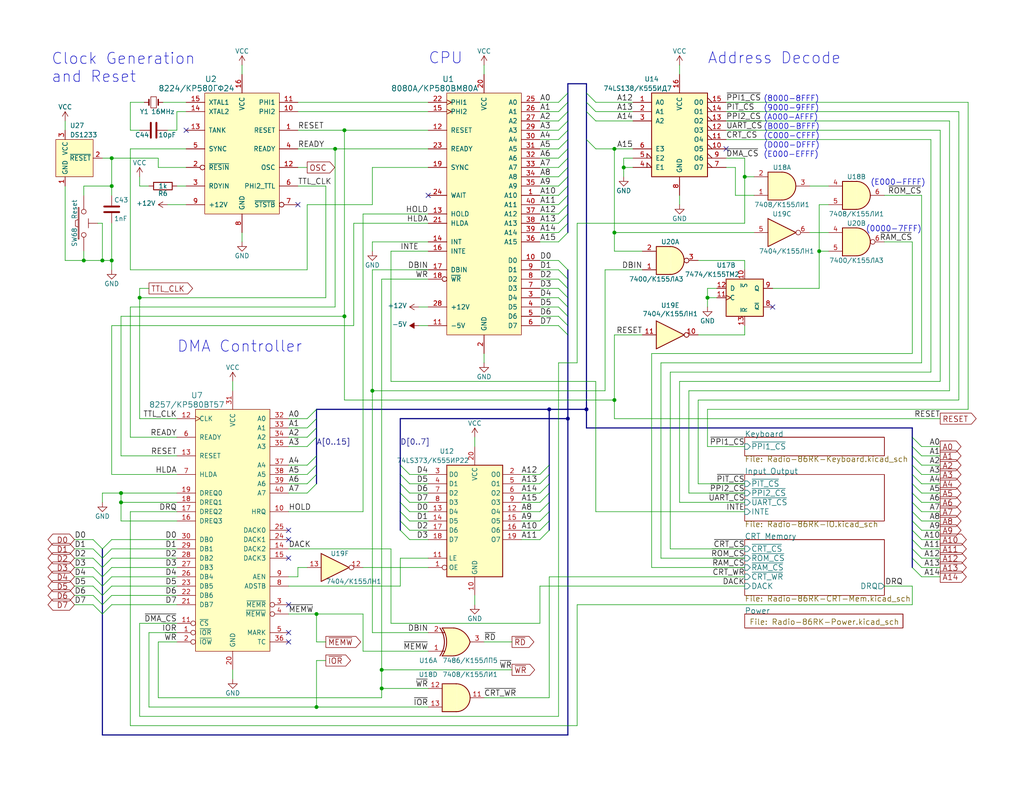
<source format=kicad_sch>
(kicad_sch (version 20211123) (generator eeschema)
  (paper "USLetter")
  (title_block (title "Radio-86RK") (date "2022-05-13") (rev "1.3") (company "Designed by Sergey Kiselev") (comment 1 "Based on the previous work by Alexey Khudyakov and Radio magazine publications") (comment 2 "Licensed under CERN-OHL-S: https://cern-ohl.web.cern.ch") (comment 3 "Documentation and design files: https://github.com/skiselev/radio-86rk") (comment 4 "Radio-86RK is an open source hardware project"))
  (junction (at 38.1 81.28))
  (junction (at 167.64 40.64))
  (junction (at 33.02 137.16))
  (junction (at 149.86 111.76))
  (junction (at 93.98 86.36))
  (junction (at 22.86 71.12))
  (junction (at 223.52 68.58))
  (junction (at 86.36 167.64))
  (junction (at 91.44 40.64))
  (junction (at 86.36 193.04))
  (junction (at 30.48 43.18))
  (junction (at 33.02 134.62))
  (junction (at 30.48 50.8))
  (junction (at 93.98 35.56))
  (junction (at 27.94 71.12))
  (junction (at 203.2 48.26))
  (junction (at 160.02 111.76))
  (junction (at 104.14 187.96))
  (junction (at 167.64 63.5))
  (junction (at 193.04 81.28))
  (junction (at 101.6 106.68))
  (junction (at 30.48 71.12))
  (junction (at 170.18 45.72))
  (junction (at 154.94 114.3))
  (junction (at 104.14 182.88))
  (junction (at 167.64 109.22))
  (no_connect (at 50.8 35.56))
  (no_connect (at 78.74 165.1))
  (no_connect (at 81.28 55.88))
  (no_connect (at 78.74 175.26))
  (no_connect (at 198.12 40.64))
  (no_connect (at 78.74 172.72))
  (no_connect (at 78.74 144.78))
  (no_connect (at 78.74 152.4))
  (no_connect (at 78.74 147.32))
  (no_connect (at 116.84 53.34))
  (no_connect (at 210.82 83.82))
  (bus_entry (at 152.4 58.42) (size 2.54 -2.54))
  (bus_entry (at 251.46 137.16) (size -2.54 -2.54))
  (bus_entry (at 109.22 144.78) (size 2.54 2.54))
  (bus_entry (at 83.82 129.54) (size 2.54 -2.54))
  (bus_entry (at 27.94 167.64) (size 2.54 -2.54))
  (bus_entry (at 27.94 160.02) (size 2.54 -2.54))
  (bus_entry (at 27.94 152.4) (size -2.54 -2.54))
  (bus_entry (at 109.22 134.62) (size 2.54 2.54))
  (bus_entry (at 251.46 124.46) (size -2.54 -2.54))
  (bus_entry (at 152.4 71.12) (size 2.54 2.54))
  (bus_entry (at 147.32 134.62) (size 2.54 -2.54))
  (bus_entry (at 152.4 35.56) (size 2.54 -2.54))
  (bus_entry (at 152.4 38.1) (size 2.54 -2.54))
  (bus_entry (at 83.82 114.3) (size 2.54 -2.54))
  (bus_entry (at 251.46 149.86) (size -2.54 -2.54))
  (bus_entry (at 27.94 149.86) (size 2.54 -2.54))
  (bus_entry (at 152.4 88.9) (size 2.54 2.54))
  (bus_entry (at 27.94 167.64) (size -2.54 -2.54))
  (bus_entry (at 147.32 147.32) (size 2.54 -2.54))
  (bus_entry (at 152.4 66.04) (size 2.54 -2.54))
  (bus_entry (at 27.94 165.1) (size -2.54 -2.54))
  (bus_entry (at 152.4 33.02) (size 2.54 -2.54))
  (bus_entry (at 251.46 154.94) (size -2.54 -2.54))
  (bus_entry (at 152.4 40.64) (size 2.54 -2.54))
  (bus_entry (at 251.46 132.08) (size -2.54 -2.54))
  (bus_entry (at 147.32 144.78) (size 2.54 -2.54))
  (bus_entry (at 162.56 33.02) (size -2.54 -2.54))
  (bus_entry (at 147.32 139.7) (size 2.54 -2.54))
  (bus_entry (at 152.4 43.18) (size 2.54 -2.54))
  (bus_entry (at 27.94 157.48) (size -2.54 -2.54))
  (bus_entry (at 152.4 83.82) (size 2.54 2.54))
  (bus_entry (at 83.82 132.08) (size 2.54 -2.54))
  (bus_entry (at 152.4 27.94) (size 2.54 -2.54))
  (bus_entry (at 251.46 147.32) (size -2.54 -2.54))
  (bus_entry (at 152.4 50.8) (size 2.54 -2.54))
  (bus_entry (at 152.4 73.66) (size 2.54 2.54))
  (bus_entry (at 251.46 152.4) (size -2.54 -2.54))
  (bus_entry (at 109.22 142.24) (size 2.54 2.54))
  (bus_entry (at 83.82 116.84) (size 2.54 -2.54))
  (bus_entry (at 147.32 132.08) (size 2.54 -2.54))
  (bus_entry (at 152.4 76.2) (size 2.54 2.54))
  (bus_entry (at 251.46 121.92) (size -2.54 -2.54))
  (bus_entry (at 152.4 53.34) (size 2.54 -2.54))
  (bus_entry (at 162.56 40.64) (size -2.54 -2.54))
  (bus_entry (at 251.46 144.78) (size -2.54 -2.54))
  (bus_entry (at 162.56 27.94) (size -2.54 -2.54))
  (bus_entry (at 109.22 137.16) (size 2.54 2.54))
  (bus_entry (at 251.46 157.48) (size -2.54 -2.54))
  (bus_entry (at 27.94 157.48) (size 2.54 -2.54))
  (bus_entry (at 109.22 129.54) (size 2.54 2.54))
  (bus_entry (at 152.4 30.48) (size 2.54 -2.54))
  (bus_entry (at 27.94 162.56) (size -2.54 -2.54))
  (bus_entry (at 109.22 127) (size 2.54 2.54))
  (bus_entry (at 83.82 121.92) (size 2.54 -2.54))
  (bus_entry (at 147.32 142.24) (size 2.54 -2.54))
  (bus_entry (at 109.22 132.08) (size 2.54 2.54))
  (bus_entry (at 251.46 127) (size -2.54 -2.54))
  (bus_entry (at 152.4 86.36) (size 2.54 2.54))
  (bus_entry (at 251.46 134.62) (size -2.54 -2.54))
  (bus_entry (at 152.4 60.96) (size 2.54 -2.54))
  (bus_entry (at 83.82 119.38) (size 2.54 -2.54))
  (bus_entry (at 152.4 48.26) (size 2.54 -2.54))
  (bus_entry (at 152.4 55.88) (size 2.54 -2.54))
  (bus_entry (at 83.82 127) (size 2.54 -2.54))
  (bus_entry (at 152.4 45.72) (size 2.54 -2.54))
  (bus_entry (at 27.94 149.86) (size -2.54 -2.54))
  (bus_entry (at 251.46 129.54) (size -2.54 -2.54))
  (bus_entry (at 27.94 154.94) (size 2.54 -2.54))
  (bus_entry (at 147.32 129.54) (size 2.54 -2.54))
  (bus_entry (at 27.94 154.94) (size -2.54 -2.54))
  (bus_entry (at 162.56 30.48) (size -2.54 -2.54))
  (bus_entry (at 109.22 139.7) (size 2.54 2.54))
  (bus_entry (at 147.32 137.16) (size 2.54 -2.54))
  (bus_entry (at 152.4 78.74) (size 2.54 2.54))
  (bus_entry (at 83.82 134.62) (size 2.54 -2.54))
  (bus_entry (at 27.94 165.1) (size 2.54 -2.54))
  (bus_entry (at 27.94 160.02) (size -2.54 -2.54))
  (bus_entry (at 27.94 152.4) (size 2.54 -2.54))
  (bus_entry (at 251.46 142.24) (size -2.54 -2.54))
  (bus_entry (at 152.4 63.5) (size 2.54 -2.54))
  (bus_entry (at 27.94 162.56) (size 2.54 -2.54))
  (bus_entry (at 152.4 81.28) (size 2.54 2.54))
  (bus_entry (at 251.46 139.7) (size -2.54 -2.54))
  (wire (pts (xy 129.54 162.56) (xy 129.54 165.1)))
  (wire (pts (xy 88.9 50.8) (xy 88.9 81.28)))
  (wire (pts (xy 20.32 149.86) (xy 25.4 149.86)))
  (wire (pts (xy 152.4 195.58) (xy 152.4 99.06)))
  (wire (pts (xy 256.54 157.48) (xy 251.46 157.48)))
  (wire (pts (xy 180.34 99.06) (xy 180.34 152.4)))
  (wire (pts (xy 30.48 43.18) (xy 30.48 50.8)))
  (bus (pts (xy 248.92 147.32) (xy 248.92 149.86)))
  (wire (pts (xy 147.32 66.04) (xy 152.4 66.04)))
  (wire (pts (xy 63.5 182.88) (xy 63.5 185.42)))
  (wire (pts (xy 116.84 137.16) (xy 111.76 137.16)))
  (wire (pts (xy 116.84 147.32) (xy 111.76 147.32)))
  (bus (pts (xy 109.22 139.7) (xy 109.22 142.24)))
  (wire (pts (xy 43.18 190.5) (xy 104.14 190.5)))
  (bus (pts (xy 154.94 30.48) (xy 154.94 33.02)))
  (wire (pts (xy 193.04 111.76) (xy 264.16 111.76)))
  (wire (pts (xy 223.52 68.58) (xy 223.52 78.74)))
  (wire (pts (xy 226.06 55.88) (xy 223.52 55.88)))
  (wire (pts (xy 203.2 48.26) (xy 205.74 48.26)))
  (wire (pts (xy 78.74 149.86) (xy 106.68 149.86)))
  (wire (pts (xy 223.52 78.74) (xy 210.82 78.74)))
  (wire (pts (xy 81.28 154.94) (xy 81.28 157.48)))
  (wire (pts (xy 83.82 154.94) (xy 81.28 154.94)))
  (bus (pts (xy 248.92 134.62) (xy 248.92 137.16)))
  (wire (pts (xy 147.32 27.94) (xy 152.4 27.94)))
  (wire (pts (xy 22.86 68.58) (xy 22.86 71.12)))
  (wire (pts (xy 203.2 73.66) (xy 203.2 71.12)))
  (wire (pts (xy 38.1 195.58) (xy 152.4 195.58)))
  (wire (pts (xy 48.26 160.02) (xy 30.48 160.02)))
  (wire (pts (xy 182.88 149.86) (xy 203.2 149.86)))
  (wire (pts (xy 99.06 177.8) (xy 116.84 177.8)))
  (wire (pts (xy 99.06 154.94) (xy 116.84 154.94)))
  (bus (pts (xy 154.94 43.18) (xy 154.94 45.72)))
  (wire (pts (xy 226.06 68.58) (xy 223.52 68.58)))
  (bus (pts (xy 27.94 167.64) (xy 27.94 200.66)))
  (bus (pts (xy 27.94 157.48) (xy 27.94 160.02)))
  (wire (pts (xy 48.26 149.86) (xy 30.48 149.86)))
  (wire (pts (xy 78.74 116.84) (xy 83.82 116.84)))
  (wire (pts (xy 20.32 162.56) (xy 25.4 162.56)))
  (wire (pts (xy 147.32 50.8) (xy 152.4 50.8)))
  (wire (pts (xy 86.36 175.26) (xy 88.9 175.26)))
  (wire (pts (xy 147.32 38.1) (xy 152.4 38.1)))
  (wire (pts (xy 48.26 162.56) (xy 30.48 162.56)))
  (wire (pts (xy 91.44 83.82) (xy 35.56 83.82)))
  (wire (pts (xy 165.1 73.66) (xy 175.26 73.66)))
  (wire (pts (xy 106.68 68.58) (xy 116.84 68.58)))
  (wire (pts (xy 96.52 88.9) (xy 30.48 88.9)))
  (bus (pts (xy 27.94 160.02) (xy 27.94 162.56)))
  (wire (pts (xy 149.86 157.48) (xy 149.86 190.5)))
  (wire (pts (xy 170.18 45.72) (xy 170.18 48.26)))
  (wire (pts (xy 142.24 144.78) (xy 147.32 144.78)))
  (wire (pts (xy 116.84 193.04) (xy 86.36 193.04)))
  (wire (pts (xy 78.74 121.92) (xy 83.82 121.92)))
  (wire (pts (xy 81.28 45.72) (xy 83.82 45.72)))
  (wire (pts (xy 147.32 88.9) (xy 152.4 88.9)))
  (wire (pts (xy 81.28 157.48) (xy 78.74 157.48)))
  (bus (pts (xy 149.86 137.16) (xy 149.86 139.7)))
  (wire (pts (xy 43.18 45.72) (xy 50.8 45.72)))
  (bus (pts (xy 160.02 38.1) (xy 160.02 111.76)))
  (bus (pts (xy 248.92 152.4) (xy 248.92 154.94)))
  (wire (pts (xy 22.86 50.8) (xy 30.48 50.8)))
  (wire (pts (xy 254 101.6) (xy 182.88 101.6)))
  (wire (pts (xy 162.56 40.64) (xy 167.64 40.64)))
  (wire (pts (xy 198.12 27.94) (xy 264.16 27.94)))
  (bus (pts (xy 160.02 22.86) (xy 160.02 25.4)))
  (wire (pts (xy 78.74 127) (xy 83.82 127)))
  (wire (pts (xy 152.4 99.06) (xy 157.48 99.06)))
  (wire (pts (xy 38.1 81.28) (xy 38.1 114.3)))
  (wire (pts (xy 35.56 35.56) (xy 38.1 35.56)))
  (wire (pts (xy 48.26 30.48) (xy 48.26 35.56)))
  (wire (pts (xy 99.06 58.42) (xy 116.84 58.42)))
  (bus (pts (xy 154.94 91.44) (xy 154.94 114.3)))
  (wire (pts (xy 86.36 167.64) (xy 86.36 175.26)))
  (bus (pts (xy 154.94 35.56) (xy 154.94 38.1)))
  (wire (pts (xy 33.02 137.16) (xy 33.02 134.62)))
  (wire (pts (xy 198.12 38.1) (xy 254 38.1)))
  (wire (pts (xy 256.54 144.78) (xy 251.46 144.78)))
  (wire (pts (xy 142.24 129.54) (xy 147.32 129.54)))
  (wire (pts (xy 223.52 55.88) (xy 223.52 68.58)))
  (bus (pts (xy 248.92 144.78) (xy 248.92 147.32)))
  (bus (pts (xy 154.94 58.42) (xy 154.94 60.96)))
  (wire (pts (xy 116.84 187.96) (xy 104.14 187.96)))
  (wire (pts (xy 101.6 45.72) (xy 116.84 45.72)))
  (wire (pts (xy 104.14 76.2) (xy 116.84 76.2)))
  (bus (pts (xy 154.94 33.02) (xy 154.94 35.56)))
  (wire (pts (xy 109.22 152.4) (xy 116.84 152.4)))
  (wire (pts (xy 81.28 35.56) (xy 93.98 35.56)))
  (wire (pts (xy 50.8 55.88) (xy 45.72 55.88)))
  (bus (pts (xy 154.94 40.64) (xy 154.94 43.18)))
  (wire (pts (xy 256.54 142.24) (xy 251.46 142.24)))
  (wire (pts (xy 116.84 88.9) (xy 114.3 88.9)))
  (wire (pts (xy 116.84 66.04) (xy 101.6 66.04)))
  (bus (pts (xy 86.36 124.46) (xy 86.36 127)))
  (wire (pts (xy 33.02 86.36) (xy 33.02 124.46)))
  (wire (pts (xy 86.36 167.64) (xy 99.06 167.64)))
  (wire (pts (xy 198.12 33.02) (xy 259.08 33.02)))
  (wire (pts (xy 106.68 104.14) (xy 162.56 104.14)))
  (wire (pts (xy 177.8 96.52) (xy 177.8 154.94)))
  (bus (pts (xy 248.92 127) (xy 248.92 129.54)))
  (wire (pts (xy 20.32 154.94) (xy 25.4 154.94)))
  (wire (pts (xy 147.32 33.02) (xy 152.4 33.02)))
  (wire (pts (xy 147.32 55.88) (xy 152.4 55.88)))
  (wire (pts (xy 116.84 144.78) (xy 111.76 144.78)))
  (wire (pts (xy 147.32 63.5) (xy 152.4 63.5)))
  (wire (pts (xy 177.8 154.94) (xy 203.2 154.94)))
  (wire (pts (xy 116.84 40.64) (xy 91.44 40.64)))
  (wire (pts (xy 147.32 83.82) (xy 152.4 83.82)))
  (wire (pts (xy 200.66 45.72) (xy 198.12 45.72)))
  (bus (pts (xy 27.94 154.94) (xy 27.94 157.48)))
  (wire (pts (xy 256.54 154.94) (xy 251.46 154.94)))
  (bus (pts (xy 149.86 142.24) (xy 149.86 144.78)))
  (wire (pts (xy 116.84 30.48) (xy 81.28 30.48)))
  (wire (pts (xy 22.86 71.12) (xy 17.78 71.12)))
  (bus (pts (xy 86.36 111.76) (xy 149.86 111.76)))
  (wire (pts (xy 30.48 50.8) (xy 30.48 53.34)))
  (wire (pts (xy 63.5 104.14) (xy 63.5 106.68)))
  (wire (pts (xy 88.9 81.28) (xy 38.1 81.28)))
  (wire (pts (xy 180.34 152.4) (xy 203.2 152.4)))
  (wire (pts (xy 142.24 139.7) (xy 147.32 139.7)))
  (bus (pts (xy 154.94 50.8) (xy 154.94 53.34)))
  (wire (pts (xy 104.14 182.88) (xy 104.14 187.96)))
  (wire (pts (xy 101.6 66.04) (xy 101.6 68.58)))
  (wire (pts (xy 203.2 60.96) (xy 203.2 48.26)))
  (wire (pts (xy 83.82 73.66) (xy 83.82 55.88)))
  (bus (pts (xy 154.94 27.94) (xy 154.94 30.48)))
  (wire (pts (xy 185.42 137.16) (xy 185.42 104.14)))
  (bus (pts (xy 154.94 22.86) (xy 154.94 25.4)))
  (wire (pts (xy 157.48 165.1) (xy 248.92 165.1)))
  (bus (pts (xy 154.94 78.74) (xy 154.94 81.28)))
  (wire (pts (xy 96.52 60.96) (xy 116.84 60.96)))
  (bus (pts (xy 86.36 129.54) (xy 86.36 132.08)))
  (wire (pts (xy 157.48 99.06) (xy 157.48 60.96)))
  (wire (pts (xy 264.16 111.76) (xy 264.16 27.94)))
  (wire (pts (xy 149.86 157.48) (xy 203.2 157.48)))
  (wire (pts (xy 48.26 147.32) (xy 30.48 147.32)))
  (bus (pts (xy 154.94 81.28) (xy 154.94 83.82)))
  (bus (pts (xy 248.92 132.08) (xy 248.92 134.62)))
  (wire (pts (xy 193.04 121.92) (xy 193.04 111.76)))
  (bus (pts (xy 109.22 127) (xy 109.22 129.54)))
  (wire (pts (xy 35.56 27.94) (xy 39.37 27.94)))
  (wire (pts (xy 172.72 45.72) (xy 170.18 45.72)))
  (wire (pts (xy 203.2 71.12) (xy 190.5 71.12)))
  (bus (pts (xy 109.22 129.54) (xy 109.22 132.08)))
  (wire (pts (xy 157.48 198.12) (xy 157.48 165.1)))
  (wire (pts (xy 226.06 50.8) (xy 220.98 50.8)))
  (wire (pts (xy 17.78 33.02) (xy 17.78 35.56)))
  (wire (pts (xy 256.54 129.54) (xy 251.46 129.54)))
  (wire (pts (xy 38.1 48.26) (xy 38.1 50.8)))
  (bus (pts (xy 27.94 149.86) (xy 27.94 152.4)))
  (wire (pts (xy 116.84 129.54) (xy 111.76 129.54)))
  (wire (pts (xy 101.6 55.88) (xy 101.6 45.72)))
  (wire (pts (xy 104.14 187.96) (xy 104.14 190.5)))
  (wire (pts (xy 251.46 99.06) (xy 180.34 99.06)))
  (bus (pts (xy 149.86 134.62) (xy 149.86 137.16)))
  (wire (pts (xy 147.32 73.66) (xy 152.4 73.66)))
  (wire (pts (xy 147.32 35.56) (xy 152.4 35.56)))
  (bus (pts (xy 86.36 127) (xy 86.36 129.54)))
  (bus (pts (xy 149.86 139.7) (xy 149.86 142.24)))
  (bus (pts (xy 248.92 142.24) (xy 248.92 144.78)))
  (wire (pts (xy 142.24 137.16) (xy 147.32 137.16)))
  (bus (pts (xy 154.94 86.36) (xy 154.94 88.9)))
  (wire (pts (xy 256.54 152.4) (xy 251.46 152.4)))
  (wire (pts (xy 116.84 172.72) (xy 101.6 172.72)))
  (wire (pts (xy 142.24 147.32) (xy 147.32 147.32)))
  (wire (pts (xy 35.56 83.82) (xy 35.56 119.38)))
  (wire (pts (xy 172.72 30.48) (xy 162.56 30.48)))
  (wire (pts (xy 172.72 33.02) (xy 162.56 33.02)))
  (bus (pts (xy 109.22 132.08) (xy 109.22 134.62)))
  (wire (pts (xy 78.74 129.54) (xy 83.82 129.54)))
  (bus (pts (xy 27.94 162.56) (xy 27.94 165.1)))
  (wire (pts (xy 261.62 109.22) (xy 261.62 30.48)))
  (wire (pts (xy 147.32 86.36) (xy 152.4 86.36)))
  (wire (pts (xy 116.84 139.7) (xy 111.76 139.7)))
  (wire (pts (xy 30.48 71.12) (xy 30.48 73.66)))
  (wire (pts (xy 45.72 35.56) (xy 48.26 35.56)))
  (wire (pts (xy 99.06 177.8) (xy 99.06 167.64)))
  (wire (pts (xy 30.48 43.18) (xy 27.94 43.18)))
  (wire (pts (xy 157.48 60.96) (xy 203.2 60.96)))
  (wire (pts (xy 147.32 43.18) (xy 152.4 43.18)))
  (wire (pts (xy 147.32 58.42) (xy 152.4 58.42)))
  (wire (pts (xy 162.56 104.14) (xy 162.56 139.7)))
  (wire (pts (xy 116.84 132.08) (xy 111.76 132.08)))
  (wire (pts (xy 116.84 83.82) (xy 114.3 83.82)))
  (wire (pts (xy 195.58 81.28) (xy 193.04 81.28)))
  (wire (pts (xy 86.36 193.04) (xy 40.64 193.04)))
  (wire (pts (xy 147.32 60.96) (xy 152.4 60.96)))
  (wire (pts (xy 38.1 78.74) (xy 40.64 78.74)))
  (wire (pts (xy 170.18 43.18) (xy 170.18 45.72)))
  (wire (pts (xy 26.67 60.96) (xy 27.94 60.96)))
  (wire (pts (xy 190.5 132.08) (xy 203.2 132.08)))
  (wire (pts (xy 104.14 182.88) (xy 139.7 182.88)))
  (wire (pts (xy 147.32 30.48) (xy 152.4 30.48)))
  (wire (pts (xy 167.64 40.64) (xy 172.72 40.64)))
  (wire (pts (xy 40.64 172.72) (xy 48.26 172.72)))
  (wire (pts (xy 38.1 170.18) (xy 48.26 170.18)))
  (wire (pts (xy 35.56 139.7) (xy 48.26 139.7)))
  (wire (pts (xy 48.26 134.62) (xy 33.02 134.62)))
  (bus (pts (xy 154.94 73.66) (xy 154.94 76.2)))
  (wire (pts (xy 91.44 40.64) (xy 91.44 83.82)))
  (bus (pts (xy 109.22 114.3) (xy 154.94 114.3)))
  (wire (pts (xy 256.54 127) (xy 251.46 127)))
  (wire (pts (xy 93.98 86.36) (xy 33.02 86.36)))
  (wire (pts (xy 50.8 50.8) (xy 48.26 50.8)))
  (wire (pts (xy 203.2 121.92) (xy 193.04 121.92)))
  (wire (pts (xy 35.56 73.66) (xy 83.82 73.66)))
  (wire (pts (xy 167.64 91.44) (xy 167.64 109.22)))
  (bus (pts (xy 149.86 127) (xy 149.86 129.54)))
  (wire (pts (xy 187.96 134.62) (xy 203.2 134.62)))
  (wire (pts (xy 142.24 132.08) (xy 147.32 132.08)))
  (wire (pts (xy 35.56 40.64) (xy 35.56 73.66)))
  (wire (pts (xy 185.42 104.14) (xy 256.54 104.14)))
  (wire (pts (xy 66.04 17.78) (xy 66.04 20.32)))
  (bus (pts (xy 248.92 119.38) (xy 248.92 121.92)))
  (wire (pts (xy 147.32 170.18) (xy 147.32 160.02)))
  (bus (pts (xy 109.22 137.16) (xy 109.22 139.7)))
  (wire (pts (xy 185.42 53.34) (xy 185.42 55.88)))
  (wire (pts (xy 259.08 106.68) (xy 259.08 33.02)))
  (bus (pts (xy 86.36 119.38) (xy 86.36 124.46)))
  (wire (pts (xy 256.54 124.46) (xy 251.46 124.46)))
  (wire (pts (xy 167.64 63.5) (xy 167.64 68.58)))
  (wire (pts (xy 96.52 60.96) (xy 96.52 88.9)))
  (wire (pts (xy 147.32 71.12) (xy 152.4 71.12)))
  (wire (pts (xy 20.32 165.1) (xy 25.4 165.1)))
  (bus (pts (xy 248.92 149.86) (xy 248.92 152.4)))
  (wire (pts (xy 190.5 132.08) (xy 190.5 109.22)))
  (wire (pts (xy 248.92 165.1) (xy 248.92 160.02)))
  (wire (pts (xy 101.6 73.66) (xy 101.6 106.68)))
  (bus (pts (xy 160.02 116.84) (xy 160.02 111.76)))
  (wire (pts (xy 185.42 17.78) (xy 185.42 20.32)))
  (wire (pts (xy 256.54 104.14) (xy 256.54 35.56)))
  (bus (pts (xy 149.86 111.76) (xy 149.86 127)))
  (bus (pts (xy 109.22 142.24) (xy 109.22 144.78)))
  (wire (pts (xy 101.6 106.68) (xy 101.6 172.72)))
  (wire (pts (xy 147.32 78.74) (xy 152.4 78.74)))
  (bus (pts (xy 154.94 200.66) (xy 154.94 114.3)))
  (bus (pts (xy 154.94 76.2) (xy 154.94 78.74)))
  (wire (pts (xy 38.1 170.18) (xy 38.1 195.58)))
  (wire (pts (xy 147.32 76.2) (xy 152.4 76.2)))
  (wire (pts (xy 35.56 119.38) (xy 48.26 119.38)))
  (wire (pts (xy 78.74 114.3) (xy 83.82 114.3)))
  (wire (pts (xy 35.56 139.7) (xy 35.56 198.12)))
  (bus (pts (xy 248.92 137.16) (xy 248.92 139.7)))
  (wire (pts (xy 167.64 63.5) (xy 205.74 63.5)))
  (wire (pts (xy 78.74 132.08) (xy 83.82 132.08)))
  (wire (pts (xy 40.64 172.72) (xy 40.64 193.04)))
  (bus (pts (xy 27.94 200.66) (xy 154.94 200.66)))
  (wire (pts (xy 109.22 160.02) (xy 109.22 152.4)))
  (wire (pts (xy 200.66 53.34) (xy 200.66 45.72)))
  (wire (pts (xy 256.54 149.86) (xy 251.46 149.86)))
  (wire (pts (xy 106.68 149.86) (xy 106.68 170.18)))
  (wire (pts (xy 86.36 180.34) (xy 88.9 180.34)))
  (bus (pts (xy 154.94 60.96) (xy 154.94 63.5)))
  (wire (pts (xy 251.46 53.34) (xy 251.46 99.06)))
  (wire (pts (xy 27.94 134.62) (xy 27.94 137.16)))
  (wire (pts (xy 167.64 114.3) (xy 167.64 109.22)))
  (wire (pts (xy 20.32 147.32) (xy 25.4 147.32)))
  (wire (pts (xy 30.48 129.54) (xy 48.26 129.54)))
  (bus (pts (xy 160.02 27.94) (xy 160.02 30.48)))
  (wire (pts (xy 142.24 142.24) (xy 147.32 142.24)))
  (wire (pts (xy 43.18 175.26) (xy 48.26 175.26)))
  (wire (pts (xy 35.56 198.12) (xy 157.48 198.12)))
  (wire (pts (xy 256.54 121.92) (xy 251.46 121.92)))
  (wire (pts (xy 48.26 152.4) (xy 30.48 152.4)))
  (wire (pts (xy 78.74 134.62) (xy 83.82 134.62)))
  (wire (pts (xy 167.64 109.22) (xy 93.98 109.22)))
  (wire (pts (xy 35.56 35.56) (xy 35.56 27.94)))
  (wire (pts (xy 27.94 60.96) (xy 27.94 71.12)))
  (wire (pts (xy 193.04 81.28) (xy 193.04 83.82)))
  (bus (pts (xy 154.94 88.9) (xy 154.94 91.44)))
  (wire (pts (xy 220.98 63.5) (xy 226.06 63.5)))
  (bus (pts (xy 154.94 48.26) (xy 154.94 50.8)))
  (bus (pts (xy 154.94 45.72) (xy 154.94 48.26)))
  (wire (pts (xy 78.74 119.38) (xy 83.82 119.38)))
  (wire (pts (xy 248.92 96.52) (xy 177.8 96.52)))
  (bus (pts (xy 248.92 116.84) (xy 248.92 119.38)))
  (wire (pts (xy 43.18 175.26) (xy 43.18 190.5)))
  (wire (pts (xy 198.12 43.18) (xy 203.2 43.18)))
  (wire (pts (xy 116.84 142.24) (xy 111.76 142.24)))
  (bus (pts (xy 248.92 116.84) (xy 160.02 116.84)))
  (wire (pts (xy 248.92 160.02) (xy 241.3 160.02)))
  (wire (pts (xy 248.92 66.04) (xy 248.92 96.52)))
  (wire (pts (xy 162.56 139.7) (xy 203.2 139.7)))
  (wire (pts (xy 48.26 137.16) (xy 33.02 137.16)))
  (wire (pts (xy 22.86 50.8) (xy 22.86 53.34)))
  (wire (pts (xy 50.8 30.48) (xy 48.26 30.48)))
  (wire (pts (xy 33.02 134.62) (xy 27.94 134.62)))
  (wire (pts (xy 106.68 170.18) (xy 147.32 170.18)))
  (bus (pts (xy 27.94 165.1) (xy 27.94 167.64)))
  (wire (pts (xy 203.2 91.44) (xy 190.5 91.44)))
  (wire (pts (xy 27.94 71.12) (xy 30.48 71.12)))
  (wire (pts (xy 256.54 114.3) (xy 167.64 114.3)))
  (wire (pts (xy 101.6 73.66) (xy 116.84 73.66)))
  (wire (pts (xy 205.74 53.34) (xy 200.66 53.34)))
  (bus (pts (xy 160.02 25.4) (xy 160.02 27.94)))
  (wire (pts (xy 50.8 27.94) (xy 44.45 27.94)))
  (bus (pts (xy 154.94 55.88) (xy 154.94 58.42)))
  (wire (pts (xy 132.08 190.5) (xy 149.86 190.5)))
  (wire (pts (xy 86.36 193.04) (xy 86.36 180.34)))
  (bus (pts (xy 154.94 53.34) (xy 154.94 55.88)))
  (wire (pts (xy 33.02 142.24) (xy 48.26 142.24)))
  (wire (pts (xy 20.32 160.02) (xy 25.4 160.02)))
  (bus (pts (xy 160.02 30.48) (xy 160.02 38.1)))
  (wire (pts (xy 147.32 53.34) (xy 152.4 53.34)))
  (wire (pts (xy 78.74 139.7) (xy 99.06 139.7)))
  (wire (pts (xy 132.08 96.52) (xy 132.08 99.06)))
  (wire (pts (xy 172.72 43.18) (xy 170.18 43.18)))
  (bus (pts (xy 86.36 116.84) (xy 86.36 119.38)))
  (bus (pts (xy 154.94 83.82) (xy 154.94 86.36)))
  (bus (pts (xy 86.36 111.76) (xy 86.36 114.3)))
  (bus (pts (xy 154.94 25.4) (xy 154.94 27.94)))
  (wire (pts (xy 195.58 78.74) (xy 193.04 78.74)))
  (wire (pts (xy 203.2 91.44) (xy 203.2 88.9)))
  (wire (pts (xy 172.72 27.94) (xy 162.56 27.94)))
  (wire (pts (xy 147.32 45.72) (xy 152.4 45.72)))
  (wire (pts (xy 193.04 78.74) (xy 193.04 81.28)))
  (wire (pts (xy 132.08 17.78) (xy 132.08 20.32)))
  (bus (pts (xy 149.86 129.54) (xy 149.86 132.08)))
  (wire (pts (xy 182.88 101.6) (xy 182.88 149.86)))
  (wire (pts (xy 48.26 157.48) (xy 30.48 157.48)))
  (wire (pts (xy 40.64 50.8) (xy 38.1 50.8)))
  (wire (pts (xy 66.04 63.5) (xy 66.04 66.04)))
  (wire (pts (xy 147.32 48.26) (xy 152.4 48.26)))
  (bus (pts (xy 248.92 139.7) (xy 248.92 142.24)))
  (bus (pts (xy 154.94 38.1) (xy 154.94 40.64)))
  (wire (pts (xy 33.02 137.16) (xy 33.02 142.24)))
  (wire (pts (xy 167.64 40.64) (xy 167.64 63.5)))
  (bus (pts (xy 248.92 121.92) (xy 248.92 124.46)))
  (wire (pts (xy 83.82 55.88) (xy 101.6 55.88)))
  (bus (pts (xy 149.86 111.76) (xy 160.02 111.76)))
  (wire (pts (xy 241.3 66.04) (xy 248.92 66.04)))
  (bus (pts (xy 248.92 124.46) (xy 248.92 127)))
  (wire (pts (xy 33.02 124.46) (xy 48.26 124.46)))
  (bus (pts (xy 149.86 132.08) (xy 149.86 134.62)))
  (wire (pts (xy 132.08 175.26) (xy 139.7 175.26)))
  (wire (pts (xy 22.86 71.12) (xy 27.94 71.12)))
  (wire (pts (xy 17.78 50.8) (xy 17.78 71.12)))
  (wire (pts (xy 48.26 165.1) (xy 30.48 165.1)))
  (bus (pts (xy 86.36 114.3) (xy 86.36 116.84)))
  (wire (pts (xy 165.1 106.68) (xy 165.1 73.66)))
  (wire (pts (xy 147.32 160.02) (xy 203.2 160.02)))
  (wire (pts (xy 78.74 167.64) (xy 86.36 167.64)))
  (wire (pts (xy 147.32 40.64) (xy 152.4 40.64)))
  (wire (pts (xy 256.54 137.16) (xy 251.46 137.16)))
  (wire (pts (xy 20.32 157.48) (xy 25.4 157.48)))
  (wire (pts (xy 256.54 134.62) (xy 251.46 134.62)))
  (bus (pts (xy 248.92 129.54) (xy 248.92 132.08)))
  (wire (pts (xy 142.24 134.62) (xy 147.32 134.62)))
  (wire (pts (xy 203.2 43.18) (xy 203.2 48.26)))
  (wire (pts (xy 99.06 58.42) (xy 99.06 139.7)))
  (wire (pts (xy 30.48 60.96) (xy 30.48 71.12)))
  (bus (pts (xy 154.94 22.86) (xy 160.02 22.86)))
  (bus (pts (xy 27.94 152.4) (xy 27.94 154.94)))
  (wire (pts (xy 48.26 154.94) (xy 30.48 154.94)))
  (wire (pts (xy 167.64 68.58) (xy 175.26 68.58)))
  (wire (pts (xy 30.48 88.9) (xy 30.48 129.54)))
  (wire (pts (xy 241.3 53.34) (xy 251.46 53.34)))
  (wire (pts (xy 256.54 139.7) (xy 251.46 139.7)))
  (wire (pts (xy 106.68 68.58) (xy 106.68 104.14)))
  (wire (pts (xy 93.98 35.56) (xy 93.98 86.36)))
  (wire (pts (xy 187.96 134.62) (xy 187.96 106.68)))
  (wire (pts (xy 20.32 152.4) (xy 25.4 152.4)))
  (wire (pts (xy 129.54 119.38) (xy 129.54 121.92)))
  (wire (pts (xy 35.56 40.64) (xy 50.8 40.64)))
  (wire (pts (xy 81.28 50.8) (xy 88.9 50.8)))
  (wire (pts (xy 93.98 109.22) (xy 93.98 86.36)))
  (wire (pts (xy 198.12 30.48) (xy 261.62 30.48)))
  (wire (pts (xy 43.18 43.18) (xy 30.48 43.18)))
  (wire (pts (xy 38.1 114.3) (xy 48.26 114.3)))
  (wire (pts (xy 147.32 81.28) (xy 152.4 81.28)))
  (wire (pts (xy 185.42 137.16) (xy 203.2 137.16)))
  (bus (pts (xy 109.22 114.3) (xy 109.22 127)))
  (wire (pts (xy 104.14 182.88) (xy 104.14 76.2)))
  (wire (pts (xy 198.12 35.56) (xy 256.54 35.56)))
  (wire (pts (xy 43.18 45.72) (xy 43.18 43.18)))
  (wire (pts (xy 256.54 147.32) (xy 251.46 147.32)))
  (wire (pts (xy 116.84 134.62) (xy 111.76 134.62)))
  (wire (pts (xy 187.96 106.68) (xy 259.08 106.68)))
  (wire (pts (xy 78.74 160.02) (xy 109.22 160.02)))
  (wire (pts (xy 254 38.1) (xy 254 101.6)))
  (wire (pts (xy 256.54 132.08) (xy 251.46 132.08)))
  (wire (pts (xy 101.6 106.68) (xy 165.1 106.68)))
  (wire (pts (xy 175.26 91.44) (xy 167.64 91.44)))
  (bus (pts (xy 109.22 134.62) (xy 109.22 137.16)))
  (wire (pts (xy 81.28 27.94) (xy 116.84 27.94)))
  (wire (pts (xy 91.44 40.64) (xy 81.28 40.64)))
  (wire (pts (xy 38.1 81.28) (xy 38.1 78.74)))
  (wire (pts (xy 93.98 35.56) (xy 116.84 35.56)))
  (wire (pts (xy 190.5 109.22) (xy 261.62 109.22)))
  (text "CPU" (at 116.84 17.78 0) (effects (font (size 3.048 3.048)) (justify left bottom)))
  (text "(E000-FFFF)" (at 237.49 50.8 0) (effects (font (size 1.524 1.524)) (justify left bottom)))
  (text "(8000-8FFF)" (at 208.28 27.94 0) (effects (font (size 1.524 1.524)) (justify left bottom)))
  (text "Clock Generation\nand Reset" (at 13.97 22.86 0) (effects (font (size 3.048 3.048)) (justify left bottom)))
  (text "(B000-BFFF)" (at 208.28 35.56 0) (effects (font (size 1.524 1.524)) (justify left bottom)))
  (text "(C000-CFFF)" (at 208.28 38.1 0) (effects (font (size 1.524 1.524)) (justify left bottom)))
  (text "(0000-7FFF)" (at 236.22 63.5 0) (effects (font (size 1.524 1.524)) (justify left bottom)))
  (text "(9000-9FFF)" (at 208.28 30.48 0) (effects (font (size 1.524 1.524)) (justify left bottom)))
  (text "Address Decode" (at 193.04 17.78 0) (effects (font (size 3.048 3.048)) (justify left bottom)))
  (text "(E000-EFFF)" (at 208.28 43.18 0) (effects (font (size 1.524 1.524)) (justify left bottom)))
  (text "(A000-AFFF)" (at 208.28 33.02 0) (effects (font (size 1.524 1.524)) (justify left bottom)))
  (text "DMA Controller" (at 48.26 96.52 0) (effects (font (size 3.048 3.048)) (justify left bottom)))
  (text "(D000-DFFF)" (at 208.28 40.64 0) (effects (font (size 1.524 1.524)) (justify left bottom)))
  (label "~{UART_CS}" (at 198.12 35.56 0) (effects (font (size 1.524 1.524))))
  (label "~{PPI1_CS}" (at 198.12 27.94 0) (effects (font (size 1.524 1.524))))
  (label "D6" (at 116.84 134.62 180) (effects (font (size 1.524 1.524))))
  (label "HOLD" (at 78.74 139.7 0) (effects (font (size 1.524 1.524))))
  (label "D4" (at 147.32 81.28 0) (effects (font (size 1.524 1.524))))
  (label "A9" (at 142.24 142.24 0) (effects (font (size 1.524 1.524))))
  (label "HLDA" (at 116.84 60.96 180) (effects (font (size 1.524 1.524))))
  (label "~{WR}" (at 48.26 175.26 180) (effects (font (size 1.524 1.524))))
  (label "A7" (at 256.54 139.7 180) (effects (font (size 1.524 1.524))))
  (label "~{DMA_CS}" (at 198.12 43.18 0) (effects (font (size 1.524 1.524))))
  (label "D5" (at 20.32 160.02 0) (effects (font (size 1.524 1.524))))
  (label "RESET" (at 256.54 114.3 180) (effects (font (size 1.524 1.524))))
  (label "A13" (at 256.54 154.94 180) (effects (font (size 1.524 1.524))))
  (label "A3" (at 78.74 121.92 0) (effects (font (size 1.524 1.524))))
  (label "A0" (at 256.54 121.92 180) (effects (font (size 1.524 1.524))))
  (label "A12" (at 142.24 129.54 0) (effects (font (size 1.524 1.524))))
  (label "A15" (at 142.24 137.16 0) (effects (font (size 1.524 1.524))))
  (label "A2" (at 78.74 119.38 0) (effects (font (size 1.524 1.524))))
  (label "D6" (at 48.26 162.56 180) (effects (font (size 1.524 1.524))))
  (label "D5" (at 48.26 160.02 180) (effects (font (size 1.524 1.524))))
  (label "~{PPI2_CS}" (at 203.2 134.62 180) (effects (font (size 1.524 1.524))))
  (label "A9" (at 147.32 50.8 0) (effects (font (size 1.524 1.524))))
  (label "D4" (at 48.26 157.48 180) (effects (font (size 1.524 1.524))))
  (label "A12" (at 147.32 58.42 0) (effects (font (size 1.524 1.524))))
  (label "A11" (at 147.32 55.88 0) (effects (font (size 1.524 1.524))))
  (label "A14" (at 147.32 63.5 0) (effects (font (size 1.524 1.524))))
  (label "~{RAM_CS}" (at 248.92 66.04 180) (effects (font (size 1.524 1.524))))
  (label "A4" (at 256.54 132.08 180) (effects (font (size 1.524 1.524))))
  (label "D[0..7]" (at 109.22 121.92 0) (effects (font (size 1.524 1.524))))
  (label "A7" (at 147.32 45.72 0) (effects (font (size 1.524 1.524))))
  (label "D2" (at 48.26 152.4 180) (effects (font (size 1.524 1.524))))
  (label "~{IOR}" (at 48.26 172.72 180) (effects (font (size 1.524 1.524))))
  (label "A0" (at 78.74 114.3 0) (effects (font (size 1.524 1.524))))
  (label "DBIN" (at 116.84 73.66 180) (effects (font (size 1.524 1.524))))
  (label "A3" (at 256.54 129.54 180) (effects (font (size 1.524 1.524))))
  (label "A11" (at 256.54 149.86 180) (effects (font (size 1.524 1.524))))
  (label "~{DMA_CS}" (at 48.26 170.18 180) (effects (font (size 1.524 1.524))))
  (label "D2" (at 20.32 152.4 0) (effects (font (size 1.524 1.524))))
  (label "DRQ" (at 48.26 139.7 180) (effects (font (size 1.524 1.524))))
  (label "D7" (at 48.26 165.1 180) (effects (font (size 1.524 1.524))))
  (label "~{WR}" (at 139.7 182.88 180) (effects (font (size 1.524 1.524))))
  (label "~{PIT_CS}" (at 198.12 30.48 0) (effects (font (size 1.524 1.524))))
  (label "D6" (at 20.32 162.56 0) (effects (font (size 1.524 1.524))))
  (label "DBIN" (at 175.26 73.66 180) (effects (font (size 1.524 1.524))))
  (label "~{CRT_CS}" (at 203.2 149.86 180) (effects (font (size 1.524 1.524))))
  (label "D5" (at 147.32 83.82 0) (effects (font (size 1.524 1.524))))
  (label "~{RAM_CS}" (at 203.2 154.94 180) (effects (font (size 1.524 1.524))))
  (label "~{MEMW}" (at 116.84 177.8 180) (effects (font (size 1.524 1.524))))
  (label "A5" (at 256.54 134.62 180) (effects (font (size 1.524 1.524))))
  (label "A13" (at 142.24 132.08 0) (effects (font (size 1.524 1.524))))
  (label "A1" (at 256.54 124.46 180) (effects (font (size 1.524 1.524))))
  (label "~{UART_CS}" (at 203.2 137.16 180) (effects (font (size 1.524 1.524))))
  (label "D4" (at 116.84 129.54 180) (effects (font (size 1.524 1.524))))
  (label "DACK" (at 78.74 149.86 0) (effects (font (size 1.524 1.524))))
  (label "~{IOR}" (at 116.84 193.04 180) (effects (font (size 1.524 1.524))))
  (label "D7" (at 147.32 88.9 0) (effects (font (size 1.524 1.524))))
  (label "A4" (at 78.74 127 0) (effects (font (size 1.524 1.524))))
  (label "D3" (at 48.26 154.94 180) (effects (font (size 1.524 1.524))))
  (label "D0" (at 147.32 71.12 0) (effects (font (size 1.524 1.524))))
  (label "D1" (at 147.32 73.66 0) (effects (font (size 1.524 1.524))))
  (label "A6" (at 78.74 132.08 0) (effects (font (size 1.524 1.524))))
  (label "A10" (at 147.32 53.34 0) (effects (font (size 1.524 1.524))))
  (label "A11" (at 142.24 147.32 0) (effects (font (size 1.524 1.524))))
  (label "D6" (at 147.32 86.36 0) (effects (font (size 1.524 1.524))))
  (label "D4" (at 20.32 157.48 0) (effects (font (size 1.524 1.524))))
  (label "D7" (at 116.84 137.16 180) (effects (font (size 1.524 1.524))))
  (label "A6" (at 147.32 43.18 0) (effects (font (size 1.524 1.524))))
  (label "RESET" (at 175.26 91.44 180) (effects (font (size 1.524 1.524))))
  (label "~{CRT_WR}" (at 203.2 157.48 180) (effects (font (size 1.524 1.524))))
  (label "~{PPI2_CS}" (at 198.12 33.02 0) (effects (font (size 1.524 1.524))))
  (label "D1" (at 20.32 149.86 0) (effects (font (size 1.524 1.524))))
  (label "~{ROM_CS}" (at 251.46 53.34 180) (effects (font (size 1.524 1.524))))
  (label "A2" (at 147.32 33.02 0) (effects (font (size 1.524 1.524))))
  (label "A9" (at 256.54 144.78 180) (effects (font (size 1.524 1.524))))
  (label "A10" (at 142.24 144.78 0) (effects (font (size 1.524 1.524))))
  (label "~{RD}" (at 132.08 175.26 0) (effects (font (size 1.524 1.524))))
  (label "INTE" (at 203.2 139.7 180) (effects (font (size 1.524 1.524))))
  (label "A[0..15]" (at 86.36 121.92 0) (effects (font (size 1.524 1.524))))
  (label "DACK" (at 203.2 160.02 180) (effects (font (size 1.524 1.524))))
  (label "A6" (at 256.54 137.16 180) (effects (font (size 1.524 1.524))))
  (label "HLDA" (at 48.26 129.54 180) (effects (font (size 1.524 1.524))))
  (label "A13" (at 172.72 30.48 180) (effects (font (size 1.524 1.524))))
  (label "~{WR}" (at 116.84 187.96 180) (effects (font (size 1.524 1.524))))
  (label "D1" (at 116.84 142.24 180) (effects (font (size 1.524 1.524))))
  (label "READY" (at 48.26 119.38 180) (effects (font (size 1.524 1.524))))
  (label "A8" (at 256.54 142.24 180) (effects (font (size 1.524 1.524))))
  (label "A5" (at 147.32 40.64 0) (effects (font (size 1.524 1.524))))
  (label "D0" (at 48.26 147.32 180) (effects (font (size 1.524 1.524))))
  (label "A12" (at 172.72 27.94 180) (effects (font (size 1.524 1.524))))
  (label "DRQ" (at 241.5059 160.02 0) (effects (font (size 1.524 1.524))))
  (label "A14" (at 142.24 134.62 0) (effects (font (size 1.524 1.524))))
  (label "A8" (at 142.24 139.7 0) (effects (font (size 1.524 1.524))))
  (label "~{PIT_CS}" (at 203.2 132.08 180) (effects (font (size 1.524 1.524))))
  (label "~{CRT_CS}" (at 198.12 38.1 0) (effects (font (size 1.524 1.524))))
  (label "D7" (at 20.32 165.1 0) (effects (font (size 1.524 1.524))))
  (label "A1" (at 147.32 30.48 0) (effects (font (size 1.524 1.524))))
  (label "D3" (at 116.84 147.32 180) (effects (font (size 1.524 1.524))))
  (label "D2" (at 147.32 76.2 0) (effects (font (size 1.524 1.524))))
  (label "A4" (at 147.32 38.1 0) (effects (font (size 1.524 1.524))))
  (label "A8" (at 147.32 48.26 0) (effects (font (size 1.524 1.524))))
  (label "DBIN" (at 116.84 172.72 180) (effects (font (size 1.524 1.524))))
  (label "D1" (at 48.26 149.86 180) (effects (font (size 1.524 1.524))))
  (label "~{PPI1_CS}" (at 203.2 121.92 180) (effects (font (size 1.524 1.524))))
  (label "INTE" (at 109.22 68.58 0) (effects (font (size 1.524 1.524))))
  (label "~{ROM_CS}" (at 203.2 152.4 180) (effects (font (size 1.524 1.524))))
  (label "READY" (at 81.28 40.64 0) (effects (font (size 1.524 1.524))))
  (label "TTL_CLK" (at 48.26 114.3 180) (effects (font (size 1.524 1.524))))
  (label "A10" (at 256.54 147.32 180) (effects (font (size 1.524 1.524))))
  (label "A2" (at 256.54 127 180) (effects (font (size 1.524 1.524))))
  (label "D0" (at 116.84 139.7 180) (effects (font (size 1.524 1.524))))
  (label "D0" (at 20.32 147.32 0) (effects (font (size 1.524 1.524))))
  (label "D3" (at 147.32 78.74 0) (effects (font (size 1.524 1.524))))
  (label "D2" (at 116.84 144.78 180) (effects (font (size 1.524 1.524))))
  (label "A1" (at 78.74 116.84 0) (effects (font (size 1.524 1.524))))
  (label "A15" (at 147.32 66.04 0) (effects (font (size 1.524 1.524))))
  (label "A14" (at 256.54 157.48 180) (effects (font (size 1.524 1.524))))
  (label "A0" (at 147.32 27.94 0) (effects (font (size 1.524 1.524))))
  (label "D5" (at 116.84 132.08 180) (effects (font (size 1.524 1.524))))
  (label "A15" (at 172.72 40.64 180) (effects (font (size 1.524 1.524))))
  (label "RESET" (at 81.28 35.56 0) (effects (font (size 1.524 1.524))))
  (label "A7" (at 78.74 134.62 0) (effects (font (size 1.524 1.524))))
  (label "TTL_CLK" (at 81.28 50.8 0) (effects (font (size 1.524 1.524))))
  (label "RESET" (at 48.26 124.46 180) (effects (font (size 1.524 1.524))))
  (label "~{MEMW}" (at 78.74 167.64 0) (effects (font (size 1.524 1.524))))
  (label "A14" (at 172.72 33.02 180) (effects (font (size 1.524 1.524))))
  (label "HOLD" (at 116.84 58.42 180) (effects (font (size 1.524 1.524))))
  (label "~{WR}" (at 116.84 76.2 180) (effects (font (size 1.524 1.524))))
  (label "A5" (at 78.74 129.54 0) (effects (font (size 1.524 1.524))))
  (label "A12" (at 256.54 152.4 180) (effects (font (size 1.524 1.524))))
  (label "A13" (at 147.32 60.96 0) (effects (font (size 1.524 1.524))))
  (label "A3" (at 147.32 35.56 0) (effects (font (size 1.524 1.524))))
  (label "~{CRT_WR}" (at 132.08 190.5 0) (effects (font (size 1.524 1.524))))
  (label "D3" (at 20.32 154.94 0) (effects (font (size 1.524 1.524))))
  (global_label "OSC" (shape output) (at 83.82 45.72 0) (effects (font (size 1.524 1.524))) (property "Intersheet References" "${INTERSHEET_REFS}" (effects hide)))
  (global_label "A13" (shape output) (at 256.54 154.94 0) (effects (font (size 1.524 1.524))) (property "Intersheet References" "${INTERSHEET_REFS}" (effects hide)))
  (global_label "~{IOR}" (shape output) (at 88.9 180.34 0) (effects (font (size 1.524 1.524))) (property "Intersheet References" "${INTERSHEET_REFS}" (effects hide)))
  (global_label "A11" (shape output) (at 256.54 149.86 0) (effects (font (size 1.524 1.524))) (property "Intersheet References" "${INTERSHEET_REFS}" (effects hide)))
  (global_label "D2" (shape bidirectional) (at 20.32 152.4 180) (effects (font (size 1.524 1.524))) (property "Intersheet References" "${INTERSHEET_REFS}" (effects hide)))
  (global_label "RESET" (shape output) (at 256.54 114.3 0) (effects (font (size 1.524 1.524))) (property "Intersheet References" "${INTERSHEET_REFS}" (effects hide)))
  (global_label "A10" (shape output) (at 256.54 147.32 0) (effects (font (size 1.524 1.524))) (property "Intersheet References" "${INTERSHEET_REFS}" (effects hide)))
  (global_label "A0" (shape output) (at 256.54 121.92 0) (effects (font (size 1.524 1.524))) (property "Intersheet References" "${INTERSHEET_REFS}" (effects hide)))
  (global_label "D0" (shape bidirectional) (at 20.32 147.32 180) (effects (font (size 1.524 1.524))) (property "Intersheet References" "${INTERSHEET_REFS}" (effects hide)))
  (global_label "A1" (shape output) (at 256.54 124.46 0) (effects (font (size 1.524 1.524))) (property "Intersheet References" "${INTERSHEET_REFS}" (effects hide)))
  (global_label "D6" (shape bidirectional) (at 20.32 162.56 180) (effects (font (size 1.524 1.524))) (property "Intersheet References" "${INTERSHEET_REFS}" (effects hide)))
  (global_label "A9" (shape output) (at 256.54 144.78 0) (effects (font (size 1.524 1.524))) (property "Intersheet References" "${INTERSHEET_REFS}" (effects hide)))
  (global_label "A5" (shape output) (at 256.54 134.62 0) (effects (font (size 1.524 1.524))) (property "Intersheet References" "${INTERSHEET_REFS}" (effects hide)))
  (global_label "D5" (shape bidirectional) (at 20.32 160.02 180) (effects (font (size 1.524 1.524))) (property "Intersheet References" "${INTERSHEET_REFS}" (effects hide)))
  (global_label "A2" (shape output) (at 256.54 127 0) (effects (font (size 1.524 1.524))) (property "Intersheet References" "${INTERSHEET_REFS}" (effects hide)))
  (global_label "D1" (shape bidirectional) (at 20.32 149.86 180) (effects (font (size 1.524 1.524))) (property "Intersheet References" "${INTERSHEET_REFS}" (effects hide)))
  (global_label "~{RD}" (shape output) (at 139.7 175.26 0) (effects (font (size 1.524 1.524))) (property "Intersheet References" "${INTERSHEET_REFS}" (effects hide)))
  (global_label "A3" (shape output) (at 256.54 129.54 0) (effects (font (size 1.524 1.524))) (property "Intersheet References" "${INTERSHEET_REFS}" (effects hide)))
  (global_label "~{MEMW}" (shape output) (at 88.9 175.26 0) (effects (font (size 1.524 1.524))) (property "Intersheet References" "${INTERSHEET_REFS}" (effects hide)))
  (global_label "A7" (shape output) (at 256.54 139.7 0) (effects (font (size 1.524 1.524))) (property "Intersheet References" "${INTERSHEET_REFS}" (effects hide)))
  (global_label "A6" (shape output) (at 256.54 137.16 0) (effects (font (size 1.524 1.524))) (property "Intersheet References" "${INTERSHEET_REFS}" (effects hide)))
  (global_label "~{WR}" (shape output) (at 139.7 182.88 0) (effects (font (size 1.524 1.524))) (property "Intersheet References" "${INTERSHEET_REFS}" (effects hide)))
  (global_label "A8" (shape output) (at 256.54 142.24 0) (effects (font (size 1.524 1.524))) (property "Intersheet References" "${INTERSHEET_REFS}" (effects hide)))
  (global_label "D3" (shape bidirectional) (at 20.32 154.94 180) (effects (font (size 1.524 1.524))) (property "Intersheet References" "${INTERSHEET_REFS}" (effects hide)))
  (global_label "A12" (shape output) (at 256.54 152.4 0) (effects (font (size 1.524 1.524))) (property "Intersheet References" "${INTERSHEET_REFS}" (effects hide)))
  (global_label "A4" (shape output) (at 256.54 132.08 0) (effects (font (size 1.524 1.524))) (property "Intersheet References" "${INTERSHEET_REFS}" (effects hide)))
  (global_label "TTL_CLK" (shape output) (at 40.64 78.74 0) (effects (font (size 1.524 1.524))) (property "Intersheet References" "${INTERSHEET_REFS}" (effects hide)))
  (global_label "D7" (shape bidirectional) (at 20.32 165.1 180) (effects (font (size 1.524 1.524))) (property "Intersheet References" "${INTERSHEET_REFS}" (effects hide)))
  (global_label "D4" (shape bidirectional) (at 20.32 157.48 180) (effects (font (size 1.524 1.524))) (property "Intersheet References" "${INTERSHEET_REFS}" (effects hide)))
  (global_label "A14" (shape output) (at 256.54 157.48 0) (effects (font (size 1.524 1.524))) (property "Intersheet References" "${INTERSHEET_REFS}" (effects hide)))
  (symbol (lib_id "my_components:8224") (at 66.04 41.91 0) (unit 1)
    (property "Reference" "U2" (at 55.88 21.59 0) (effects (font (size 1.524 1.524)) (justify left)))
    (property "Value" "8224/КР580ГФ24" (at 43.18 24.13 0) (effects (font (size 1.524 1.524)) (justify left)))
    (property "Footprint" "My_Components:IC_DIP16_300" (effects hide))
  )
  (symbol (lib_id "my_components:8080A") (at 132.08 58.42 0) (unit 1)
    (property "Reference" "U1" (at 120.65 21.59 0) (effects (font (size 1.524 1.524)) (justify left)))
    (property "Value" "8080A/КР580ВМ80А" (at 106.68 24.13 0) (effects (font (size 1.524 1.524)) (justify left)))
    (property "Footprint" "My_Components:IC_DIP40_600" (effects hide))
  )
  (symbol (lib_id "my_components:Switch_Tactile_Vertical") (at 22.86 60.96 90) (mirror x) (unit 1)
    (property "Reference" "SW68" (at 20.32 64.77 0))
    (property "Value" "Reset" (at 20.32 57.15 0))
    (property "Footprint" "My_Components:Switch_Tactile_6mm_Right" (effects hide))
  )
  (symbol (lib_id "Device:R") (at 44.45 50.8 270) (unit 1)
    (property "Reference" "R6" (at 44.45 52.832 90))
    (property "Value" "1k" (at 44.45 50.8 90))
    (property "Footprint" "My_Components:Res_762" (effects hide))
  )
  (symbol (lib_id "Device:C") (at 30.48 57.15 0) (unit 1)
    (property "Reference" "C43" (at 31.115 54.61 0) (effects (justify left)))
    (property "Value" "1nF" (at 31.115 59.69 0) (effects (justify left)))
    (property "Footprint" "My_Components:Cap_Cer_508" (effects hide))
  )
  (symbol (lib_id "power:VCC") (at 17.78 33.02 0) (unit 1)
    (property "Reference" "#PWR01" (effects hide))
    (property "Value" "VCC" (at 17.78 29.21 0))
  )
  (symbol (lib_id "power:GND") (at 30.48 73.66 0) (unit 1)
    (property "Reference" "#PWR02" (effects hide))
    (property "Value" "GND" (at 30.48 77.47 0))
  )
  (symbol (lib_id "power:GND") (at 101.6 68.58 0) (unit 1)
    (property "Reference" "#PWR03" (effects hide))
    (property "Value" "GND" (at 101.6 72.39 0))
  )
  (symbol (lib_id "power:GND") (at 170.18 48.26 0) (unit 1)
    (property "Reference" "#PWR014" (effects hide))
    (property "Value" "GND" (at 170.18 52.07 0))
  )
  (symbol (lib_id "power:GND") (at 193.04 83.82 0) (unit 1)
    (property "Reference" "#PWR015" (effects hide))
    (property "Value" "GND" (at 193.04 87.63 0))
  )
  (symbol (lib_id "my_components:8257") (at 63.5 144.78 0) (unit 1)
    (property "Reference" "U7" (at 52.07 107.95 0) (effects (font (size 1.524 1.524)) (justify left)))
    (property "Value" "8257/КР580ВТ57" (at 40.64 110.49 0) (effects (font (size 1.524 1.524)) (justify left)))
    (property "Footprint" "My_Components:IC_DIP40_600" (effects hide))
  )
  (symbol (lib_id "power:GND") (at 27.94 137.16 0) (unit 1)
    (property "Reference" "#PWR0176" (effects hide))
    (property "Value" "GND" (at 27.94 140.97 0))
  )
  (symbol (lib_id "74xx:74LS04") (at 91.44 154.94 0) (unit 6)
    (property "Reference" "U19" (at 92.71 151.13 0))
    (property "Value" "7404/К155ЛН1" (at 96.52 158.75 0))
    (property "Footprint" "My_Components:IC_DIP14_300" (effects hide))
    (property "Datasheet" "http://www.ti.com/lit/gpn/sn74LS04" (effects hide))
  )
  (symbol (lib_id "power:GND") (at 129.54 165.1 0) (unit 1)
    (property "Reference" "#PWR0173" (effects hide))
    (property "Value" "GND" (at 129.54 168.91 0))
  )
  (symbol (lib_id "74xx:74LS373") (at 129.54 142.24 0) (unit 1)
    (property "Reference" "U12" (at 121.92 123.19 0))
    (property "Value" "74LS373/К555ИР22" (at 118.11 125.73 0))
    (property "Footprint" "My_Components:IC_DIP20_300" (effects hide))
    (property "Datasheet" "http://www.ti.com/lit/gpn/sn74LS373" (effects hide))
  )
  (symbol (lib_id "power:VCC") (at 129.54 119.38 0) (unit 1)
    (property "Reference" "#PWR0172" (effects hide))
    (property "Value" "VCC" (at 129.54 115.57 0))
  )
  (symbol (lib_id "my_components:DS1233") (at 17.78 43.18 0) (unit 1)
    (property "Reference" "U27" (at 19.05 34.29 0) (effects (justify left)))
    (property "Value" "DS1233" (at 19.05 36.83 0) (effects (justify left)))
    (property "Footprint" "My_Components:Transistor_TO92_EBC_254" (effects hide))
    (property "Datasheet" "https://datasheets.maximintegrated.com/en/ds/DS1233.pdf" (effects hide))
  )
  (symbol (lib_id "power:VCC") (at 132.08 17.78 0) (unit 1)
    (property "Reference" "#PWR0143" (effects hide))
    (property "Value" "VCC" (at 132.08 13.97 0))
  )
  (symbol (lib_id "power:GND") (at 132.08 99.06 0) (unit 1)
    (property "Reference" "#PWR0144" (effects hide))
    (property "Value" "GND" (at 132.08 102.87 0))
  )
  (symbol (lib_id "power:VCC") (at 38.1 48.26 0) (unit 1)
    (property "Reference" "#PWR0198" (effects hide))
    (property "Value" "VCC" (at 38.1 44.45 0))
  )
  (symbol (lib_id "power:GND") (at 63.5 185.42 0) (unit 1)
    (property "Reference" "#PWR0175" (effects hide))
    (property "Value" "GND" (at 63.5 189.23 0))
  )
  (symbol (lib_id "power:VCC") (at 63.5 104.14 0) (unit 1)
    (property "Reference" "#PWR0174" (effects hide))
    (property "Value" "VCC" (at 63.5 100.33 0))
  )
  (symbol (lib_id "power:GND") (at 66.04 66.04 0) (unit 1)
    (property "Reference" "#PWR0145" (effects hide))
    (property "Value" "GND" (at 66.04 69.85 0))
  )
  (symbol (lib_id "power:VCC") (at 66.04 17.78 0) (unit 1)
    (property "Reference" "#PWR0171" (effects hide))
    (property "Value" "VCC" (at 66.04 13.97 0))
  )
  (symbol (lib_id "Device:C") (at 41.91 35.56 270) (unit 1)
    (property "Reference" "C44" (at 36.83 36.83 90) (effects (justify left)))
    (property "Value" "10pF" (at 43.18 36.83 90) (effects (justify left)))
    (property "Footprint" "My_Components:Cap_Cer_508" (effects hide))
  )
  (symbol (lib_id "74xx:74LS86") (at 124.46 175.26 0) (mirror x) (unit 1)
    (property "Reference" "U16" (at 116.84 180.34 0))
    (property "Value" "7486/К155ЛП5" (at 128.27 180.34 0))
    (property "Footprint" "My_Components:IC_DIP14_300" (effects hide))
    (property "Datasheet" "74xx/74ls86.pdf" (effects hide))
  )
  (symbol (lib_id "74xx:74LS08") (at 124.46 190.5 0) (unit 4)
    (property "Reference" "U18" (at 116.84 184.15 0))
    (property "Value" "7408/К155ЛИ1" (at 128.27 184.15 0))
    (property "Footprint" "My_Components:IC_DIP14_300" (effects hide))
    (property "Datasheet" "http://www.ti.com/lit/gpn/sn74LS08" (effects hide))
  )
  (symbol (lib_id "74xx:74LS74") (at 203.2 81.28 0) (unit 2)
    (property "Reference" "U17" (at 198.12 72.39 0))
    (property "Value" "7474/К155ТМ2" (at 194.31 74.93 0))
    (property "Footprint" "My_Components:IC_DIP14_300" (effects hide))
    (property "Datasheet" "74xx/74hc_hct74.pdf" (effects hide))
  )
  (symbol (lib_id "74xx:74LS08") (at 233.68 53.34 0) (unit 2)
    (property "Reference" "U18" (at 233.68 48.26 0))
    (property "Value" "7408/К155ЛИ1" (at 233.68 58.42 0))
    (property "Footprint" "My_Components:IC_DIP14_300" (effects hide))
    (property "Datasheet" "http://www.ti.com/lit/gpn/sn74LS08" (effects hide))
  )
  (symbol (lib_id "74xx:74LS08") (at 213.36 50.8 0) (mirror x) (unit 1)
    (property "Reference" "U18" (at 213.36 45.72 0))
    (property "Value" "7408/К155ЛИ1" (at 213.36 55.88 0))
    (property "Footprint" "My_Components:IC_DIP14_300" (effects hide))
    (property "Datasheet" "http://www.ti.com/lit/gpn/sn74LS08" (effects hide))
  )
  (symbol (lib_id "74xx:74LS04") (at 182.88 91.44 0) (unit 5)
    (property "Reference" "U19" (at 182.88 83.3882 0))
    (property "Value" "7404/К155ЛН1" (at 182.88 85.6996 0))
    (property "Footprint" "My_Components:IC_DIP14_300" (effects hide))
    (property "Datasheet" "http://www.ti.com/lit/gpn/sn74LS04" (effects hide))
  )
  (symbol (lib_id "74xx:74LS04") (at 213.36 63.5 0) (unit 3)
    (property "Reference" "U19" (at 213.36 58.42 0))
    (property "Value" "7404/К155ЛН1" (at 214.63 68.58 0))
    (property "Footprint" "My_Components:IC_DIP14_300" (effects hide))
    (property "Datasheet" "http://www.ti.com/lit/gpn/sn74LS04" (effects hide))
  )
  (symbol (lib_id "74xx:74LS00") (at 182.88 71.12 0) (mirror x) (unit 1)
    (property "Reference" "U20" (at 182.88 66.04 0))
    (property "Value" "7400/К155ЛА3" (at 179.07 76.2 0))
    (property "Footprint" "My_Components:IC_DIP14_300" (effects hide))
    (property "Datasheet" "http://www.ti.com/lit/gpn/sn74ls00" (effects hide))
  )
  (symbol (lib_id "74xx:74LS00") (at 233.68 66.04 0) (unit 2)
    (property "Reference" "U20" (at 233.68 60.96 0))
    (property "Value" "7400/К155ЛА3" (at 233.68 71.12 0))
    (property "Footprint" "My_Components:IC_DIP14_300" (effects hide))
    (property "Datasheet" "http://www.ti.com/lit/gpn/sn74ls00" (effects hide))
  )
  (symbol (lib_id "74xx:74LS138") (at 185.42 35.56 0) (unit 1)
    (property "Reference" "U14" (at 177.8 21.59 0))
    (property "Value" "74LS138/К555ИД7" (at 173.99 24.13 0))
    (property "Footprint" "My_Components:IC_DIP16_300" (effects hide))
    (property "Datasheet" "http://www.ti.com/lit/gpn/sn74LS138" (effects hide))
  )
  (symbol (lib_id "power:VCC") (at 185.42 17.78 0) (unit 1)
    (property "Reference" "#PWR0164" (effects hide))
    (property "Value" "VCC" (at 185.42 13.97 0))
  )
  (symbol (lib_id "power:GND") (at 185.42 55.88 0) (unit 1)
    (property "Reference" "#PWR0165" (effects hide))
    (property "Value" "GND" (at 185.42 59.69 0))
  )
  (symbol (lib_id "power:+12V") (at 45.72 55.88 90) (unit 1)
    (property "Reference" "#PWR0120" (effects hide))
    (property "Value" "+12V" (at 42.4688 55.499 90) (effects (justify left)))
  )
  (symbol (lib_id "power:+12V") (at 114.3 83.82 90) (unit 1)
    (property "Reference" "#PWR0121" (effects hide))
    (property "Value" "+12V" (at 111.0488 83.439 90) (effects (justify left)))
  )
  (symbol (lib_id "Device:Crystal_Small") (at 41.91 27.94 0) (unit 1)
    (property "Reference" "Y1" (at 39.37 30.48 0))
    (property "Value" "16MHz" (at 44.45 30.48 0))
    (property "Footprint" "My_Components:Crystal_HC-49U_Vert" (effects hide))
  )
  (symbol (lib_id "power:-5V") (at 114.3 88.9 90) (unit 1)
    (property "Reference" "#PWR0126" (effects hide))
    (property "Value" "-5V" (at 111.0488 88.519 90) (effects (justify left)))
  )
  (sheet (at 203.2 119.38) (size 38.1 5.08)
    (property "Sheet name" "Keyboard" (at 203.2 119.38 0) (effects (font (size 1.524 1.524)) (justify left bottom)))
    (property "Sheet file" "Radio-86RK-Keyboard.kicad_sch" (at 203.2 124.46 0) (effects (font (size 1.524 1.524)) (justify left top)))
    (pin "~{PPI1_CS}" input (at 203.2 121.92 180) (effects (font (size 1.524 1.524))))
  )
  (sheet (at 203.2 167.64) (size 43.18 3.81)
    (property "Sheet name" "Power" (at 203.2 167.64 0) (effects (font (size 1.524 1.524)) (justify left bottom)))
    (property "Sheet file" "Radio-86RK-Power.kicad_sch" (at 204.47 168.91 0) (effects (font (size 1.524 1.524)) (justify left top)))
  )
  (sheet (at 203.2 147.32) (size 38.1 15.24)
    (property "Sheet name" "CRT_Memory" (at 203.2 147.32 0) (effects (font (size 1.524 1.524)) (justify left bottom)))
    (property "Sheet file" "Radio-86RK-CRT-Mem.kicad_sch" (at 203.2 162.56 0) (effects (font (size 1.524 1.524)) (justify left top)))
    (pin "~{CRT_CS}" input (at 203.2 149.86 180) (effects (font (size 1.524 1.524))))
    (pin "~{ROM_CS}" input (at 203.2 152.4 180) (effects (font (size 1.524 1.524))))
    (pin "~{RAM_CS}" input (at 203.2 154.94 180) (effects (font (size 1.524 1.524))))
    (pin "~{CRT_WR}" input (at 203.2 157.48 180) (effects (font (size 1.524 1.524))))
    (pin "DACK" input (at 203.2 160.02 180) (effects (font (size 1.524 1.524))))
    (pin "DRQ" output (at 241.3 160.02 0) (effects (font (size 1.524 1.524))))
  )
  (sheet (at 203.2 129.54) (size 38.1 12.7)
    (property "Sheet name" "Input_Output" (at 203.2 129.54 0) (effects (font (size 1.524 1.524)) (justify left bottom)))
    (property "Sheet file" "Radio-86RK-IO.kicad_sch" (at 203.2 142.24 0) (effects (font (size 1.524 1.524)) (justify left top)))
    (pin "~{UART_CS}" input (at 203.2 137.16 180) (effects (font (size 1.524 1.524))))
    (pin "~{PIT_CS}" input (at 203.2 132.08 180) (effects (font (size 1.524 1.524))))
    (pin "~{PPI2_CS}" input (at 203.2 134.62 180) (effects (font (size 1.524 1.524))))
    (pin "INTE" input (at 203.2 139.7 180) (effects (font (size 1.524 1.524))))
  )
)
</source>
